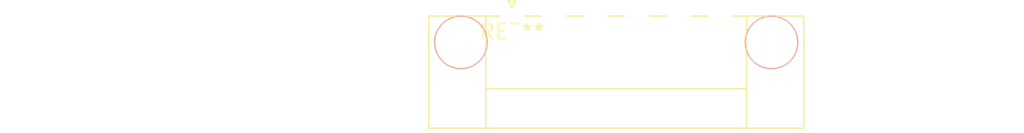
<source format=kicad_pcb>
(kicad_pcb (version 20240108) (generator pcbnew)
  (layers (0 "F.Cu" signal) (31 "B.Cu" signal) (34 "B.Paste" user) (35 "F.Paste" user) (36 "B.SilkS" user "B.Silkscreen") (37 "F.SilkS" user "F.Silkscreen") (38 "B.Mask" user) (39 "F.Mask" user) (44 "Edge.Cuts" user))
  (net 0 "")
  (footprint "PhoenixContact_MC_1,5_6-GF-3.5_1x06_P3.50mm_Horizontal_ThreadedFlange_MountHole" (layer "F.Cu") (at 0 0)
    (property "Reference" "REF**")
    (property "Value" "PhoenixContact_MC_1,5_6-GF-3.5_1x06_P3.50mm_Horizontal_ThreadedFlange_MountHole")
    (fp_circle (center -4.3 0.9) (end -2.09 0.9) (layer "B.SilkS") (stroke (width 0.12)) (fill none))
    (fp_circle (center 21.8 0.9) (end 24.01 0.9) (layer "B.SilkS") (stroke (width 0.12)) (fill none))
    (fp_line (start -7.01 -1.31) (end -7.01 8.11) (layer "F.SilkS") (stroke (width 0.12)))
    (fp_line (start -7.01 -1.31) (end -1.05 -1.31) (layer "F.SilkS") (stroke (width 0.12)))
    (fp_line (start -7.01 8.11) (end 24.51 8.11) (layer "F.SilkS") (stroke (width 0.12)))
    (fp_line (start -2.21 -1.31) (end -2.21 8.11) (layer "F.SilkS") (stroke (width 0.12)))
    (fp_line (start -2.21 4.8) (end 19.71 4.8) (layer "F.SilkS") (stroke (width 0.12)))
    (fp_line (start -0.3 -2.6) (end 0.3 -2.6) (layer "F.SilkS") (stroke (width 0.12)))
    (fp_line (start 0 -2) (end -0.3 -2.6) (layer "F.SilkS") (stroke (width 0.12)))
    (fp_line (start 0.3 -2.6) (end 0 -2) (layer "F.SilkS") (stroke (width 0.12)))
    (fp_line (start 1.05 -1.31) (end 2.45 -1.31) (layer "F.SilkS") (stroke (width 0.12)))
    (fp_line (start 4.55 -1.31) (end 5.95 -1.31) (layer "F.SilkS") (stroke (width 0.12)))
    (fp_line (start 8.05 -1.31) (end 9.45 -1.31) (layer "F.SilkS") (stroke (width 0.12)))
    (fp_line (start 11.55 -1.31) (end 12.95 -1.31) (layer "F.SilkS") (stroke (width 0.12)))
    (fp_line (start 15.05 -1.31) (end 16.45 -1.31) (layer "F.SilkS") (stroke (width 0.12)))
    (fp_line (start 19.71 -1.31) (end 19.71 8.11) (layer "F.SilkS") (stroke (width 0.12)))
    (fp_line (start 24.51 -1.31) (end 18.55 -1.31) (layer "F.SilkS") (stroke (width 0.12)))
    (fp_line (start 24.51 8.11) (end 24.51 -1.31) (layer "F.SilkS") (stroke (width 0.12)))
    (pad "" np_thru_hole circle (at -4.3 0.9) (size 2.4 2.4) (drill 2.4) (layers *.Cu *.Mask))
    (pad "" np_thru_hole circle (at 21.8 0.9) (size 2.4 2.4) (drill 2.4) (layers *.Cu *.Mask))
    (pad "1" thru_hole roundrect (at 0 0) (size 1.8 3.6) (drill 1.2) (layers *.Cu *.Mask) (remove_unused_layers) (roundrect_rratio 0.138889))
    (pad "2" thru_hole oval (at 3.5 0) (size 1.8 3.6) (drill 1.2) (layers *.Cu *.Mask) (remove_unused_layers))
    (pad "3" thru_hole oval (at 7 0) (size 1.8 3.6) (drill 1.2) (layers *.Cu *.Mask) (remove_unused_layers))
    (pad "4" thru_hole oval (at 10.5 0) (size 1.8 3.6) (drill 1.2) (layers *.Cu *.Mask) (remove_unused_layers))
    (pad "5" thru_hole oval (at 14 0) (size 1.8 3.6) (drill 1.2) (layers *.Cu *.Mask) (remove_unused_layers))
    (pad "6" thru_hole oval (at 17.5 0) (size 1.8 3.6) (drill 1.2) (layers *.Cu *.Mask) (remove_unused_layers))
  )
)
</source>
